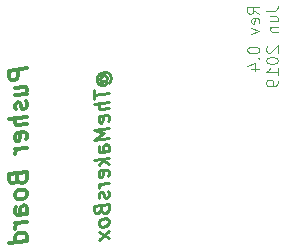
<source format=gbo>
G04 #@! TF.FileFunction,Legend,Bot*
%FSLAX46Y46*%
G04 Gerber Fmt 4.6, Leading zero omitted, Abs format (unit mm)*
G04 Created by KiCad (PCBNEW 4.0.6) date 06/26/19 15:48:09*
%MOMM*%
%LPD*%
G01*
G04 APERTURE LIST*
%ADD10C,0.100000*%
%ADD11C,0.250000*%
%ADD12C,0.375000*%
G04 APERTURE END LIST*
D10*
D11*
X204313238Y-57918482D02*
X204253714Y-57866399D01*
X204194190Y-57754791D01*
X204194190Y-57635744D01*
X204253714Y-57509256D01*
X204313238Y-57442291D01*
X204432286Y-57367886D01*
X204551333Y-57353005D01*
X204670381Y-57397648D01*
X204729905Y-57449732D01*
X204789429Y-57561339D01*
X204789429Y-57680386D01*
X204729905Y-57806875D01*
X204670381Y-57873839D01*
X204194190Y-57933363D02*
X204670381Y-57873839D01*
X204729905Y-57925922D01*
X204729905Y-57985446D01*
X204670381Y-58111934D01*
X204551333Y-58186339D01*
X204253714Y-58223542D01*
X204075143Y-58126815D01*
X203956095Y-57963125D01*
X203896571Y-57732470D01*
X203956095Y-57486934D01*
X204075143Y-57293482D01*
X204253714Y-57152113D01*
X204491810Y-57062827D01*
X204729905Y-57092589D01*
X204908476Y-57189316D01*
X205027524Y-57353005D01*
X205087048Y-57583660D01*
X205027524Y-57829196D01*
X204908476Y-58022649D01*
X203658476Y-58655090D02*
X203658476Y-59369375D01*
X204908476Y-58855982D02*
X203658476Y-59012232D01*
X204908476Y-59629792D02*
X203658476Y-59786042D01*
X204908476Y-60165506D02*
X204253714Y-60247351D01*
X204134667Y-60202709D01*
X204075143Y-60091101D01*
X204075143Y-59912529D01*
X204134667Y-59786042D01*
X204194190Y-59719077D01*
X204848952Y-61244375D02*
X204908476Y-61117887D01*
X204908476Y-60879792D01*
X204848952Y-60768184D01*
X204729905Y-60723541D01*
X204253714Y-60783065D01*
X204134667Y-60857470D01*
X204075143Y-60983958D01*
X204075143Y-61222053D01*
X204134667Y-61333661D01*
X204253714Y-61378303D01*
X204372762Y-61363422D01*
X204491810Y-60753303D01*
X204908476Y-61832173D02*
X203658476Y-61988423D01*
X204551333Y-62293482D01*
X203658476Y-62821756D01*
X204908476Y-62665506D01*
X204908476Y-63796458D02*
X204253714Y-63878303D01*
X204134667Y-63833661D01*
X204075143Y-63722053D01*
X204075143Y-63483958D01*
X204134667Y-63357470D01*
X204848952Y-63803898D02*
X204908476Y-63677411D01*
X204908476Y-63379792D01*
X204848952Y-63268184D01*
X204729905Y-63223541D01*
X204610857Y-63238422D01*
X204491810Y-63312827D01*
X204432286Y-63439315D01*
X204432286Y-63736934D01*
X204372762Y-63863422D01*
X204908476Y-64391696D02*
X203658476Y-64547946D01*
X204432286Y-64570267D02*
X204908476Y-64867887D01*
X204075143Y-64972053D02*
X204551333Y-64436338D01*
X204848952Y-65887232D02*
X204908476Y-65760744D01*
X204908476Y-65522649D01*
X204848952Y-65411041D01*
X204729905Y-65366398D01*
X204253714Y-65425922D01*
X204134667Y-65500327D01*
X204075143Y-65626815D01*
X204075143Y-65864910D01*
X204134667Y-65976518D01*
X204253714Y-66021160D01*
X204372762Y-66006279D01*
X204491810Y-65396160D01*
X204908476Y-66475030D02*
X204075143Y-66579196D01*
X204313238Y-66549434D02*
X204194190Y-66623839D01*
X204134667Y-66690804D01*
X204075143Y-66817291D01*
X204075143Y-66936339D01*
X204848952Y-67196756D02*
X204908476Y-67308364D01*
X204908476Y-67546459D01*
X204848952Y-67672947D01*
X204729905Y-67747352D01*
X204670381Y-67754792D01*
X204551333Y-67710149D01*
X204491810Y-67598542D01*
X204491810Y-67419971D01*
X204432286Y-67308363D01*
X204313238Y-67263720D01*
X204253714Y-67271161D01*
X204134667Y-67345566D01*
X204075143Y-67472054D01*
X204075143Y-67650625D01*
X204134667Y-67762233D01*
X204253714Y-68759257D02*
X204313238Y-68930387D01*
X204372762Y-68982471D01*
X204491810Y-69027114D01*
X204670381Y-69004792D01*
X204789429Y-68930387D01*
X204848952Y-68863423D01*
X204908476Y-68736936D01*
X204908476Y-68260745D01*
X203658476Y-68416995D01*
X203658476Y-68833662D01*
X203718000Y-68945268D01*
X203777524Y-68997352D01*
X203896571Y-69041995D01*
X204015619Y-69027114D01*
X204134667Y-68952709D01*
X204194190Y-68885744D01*
X204253714Y-68759257D01*
X204253714Y-68342590D01*
X204908476Y-69689316D02*
X204848952Y-69577709D01*
X204789429Y-69525625D01*
X204670381Y-69480982D01*
X204313238Y-69525625D01*
X204194190Y-69600030D01*
X204134667Y-69666995D01*
X204075143Y-69793482D01*
X204075143Y-69972054D01*
X204134667Y-70083662D01*
X204194190Y-70135744D01*
X204313238Y-70180387D01*
X204670381Y-70135744D01*
X204789429Y-70061339D01*
X204848952Y-69994376D01*
X204908476Y-69867888D01*
X204908476Y-69689316D01*
X204908476Y-70522649D02*
X204075143Y-71281577D01*
X204075143Y-70626815D02*
X204908476Y-71177411D01*
D10*
X217650381Y-52174524D02*
X217174190Y-51841190D01*
X217650381Y-51603095D02*
X216650381Y-51603095D01*
X216650381Y-51984048D01*
X216698000Y-52079286D01*
X216745619Y-52126905D01*
X216840857Y-52174524D01*
X216983714Y-52174524D01*
X217078952Y-52126905D01*
X217126571Y-52079286D01*
X217174190Y-51984048D01*
X217174190Y-51603095D01*
X217602762Y-52984048D02*
X217650381Y-52888810D01*
X217650381Y-52698333D01*
X217602762Y-52603095D01*
X217507524Y-52555476D01*
X217126571Y-52555476D01*
X217031333Y-52603095D01*
X216983714Y-52698333D01*
X216983714Y-52888810D01*
X217031333Y-52984048D01*
X217126571Y-53031667D01*
X217221810Y-53031667D01*
X217317048Y-52555476D01*
X216983714Y-53365000D02*
X217650381Y-53603095D01*
X216983714Y-53841191D01*
X216650381Y-55174524D02*
X216650381Y-55269763D01*
X216698000Y-55365001D01*
X216745619Y-55412620D01*
X216840857Y-55460239D01*
X217031333Y-55507858D01*
X217269429Y-55507858D01*
X217459905Y-55460239D01*
X217555143Y-55412620D01*
X217602762Y-55365001D01*
X217650381Y-55269763D01*
X217650381Y-55174524D01*
X217602762Y-55079286D01*
X217555143Y-55031667D01*
X217459905Y-54984048D01*
X217269429Y-54936429D01*
X217031333Y-54936429D01*
X216840857Y-54984048D01*
X216745619Y-55031667D01*
X216698000Y-55079286D01*
X216650381Y-55174524D01*
X217555143Y-55936429D02*
X217602762Y-55984048D01*
X217650381Y-55936429D01*
X217602762Y-55888810D01*
X217555143Y-55936429D01*
X217650381Y-55936429D01*
X216983714Y-56841191D02*
X217650381Y-56841191D01*
X216602762Y-56603095D02*
X217317048Y-56365000D01*
X217317048Y-56984048D01*
X218250381Y-51888810D02*
X218964667Y-51888810D01*
X219107524Y-51841190D01*
X219202762Y-51745952D01*
X219250381Y-51603095D01*
X219250381Y-51507857D01*
X218583714Y-52793572D02*
X219250381Y-52793572D01*
X218583714Y-52365000D02*
X219107524Y-52365000D01*
X219202762Y-52412619D01*
X219250381Y-52507857D01*
X219250381Y-52650715D01*
X219202762Y-52745953D01*
X219155143Y-52793572D01*
X218583714Y-53269762D02*
X219250381Y-53269762D01*
X218678952Y-53269762D02*
X218631333Y-53317381D01*
X218583714Y-53412619D01*
X218583714Y-53555477D01*
X218631333Y-53650715D01*
X218726571Y-53698334D01*
X219250381Y-53698334D01*
X218345619Y-54888810D02*
X218298000Y-54936429D01*
X218250381Y-55031667D01*
X218250381Y-55269763D01*
X218298000Y-55365001D01*
X218345619Y-55412620D01*
X218440857Y-55460239D01*
X218536095Y-55460239D01*
X218678952Y-55412620D01*
X219250381Y-54841191D01*
X219250381Y-55460239D01*
X218250381Y-56079286D02*
X218250381Y-56174525D01*
X218298000Y-56269763D01*
X218345619Y-56317382D01*
X218440857Y-56365001D01*
X218631333Y-56412620D01*
X218869429Y-56412620D01*
X219059905Y-56365001D01*
X219155143Y-56317382D01*
X219202762Y-56269763D01*
X219250381Y-56174525D01*
X219250381Y-56079286D01*
X219202762Y-55984048D01*
X219155143Y-55936429D01*
X219059905Y-55888810D01*
X218869429Y-55841191D01*
X218631333Y-55841191D01*
X218440857Y-55888810D01*
X218345619Y-55936429D01*
X218298000Y-55984048D01*
X218250381Y-56079286D01*
X219250381Y-57365001D02*
X219250381Y-56793572D01*
X219250381Y-57079286D02*
X218250381Y-57079286D01*
X218393238Y-56984048D01*
X218488476Y-56888810D01*
X218536095Y-56793572D01*
X219250381Y-57841191D02*
X219250381Y-58031667D01*
X219202762Y-58126906D01*
X219155143Y-58174525D01*
X219012286Y-58269763D01*
X218821810Y-58317382D01*
X218440857Y-58317382D01*
X218345619Y-58269763D01*
X218298000Y-58222144D01*
X218250381Y-58126906D01*
X218250381Y-57936429D01*
X218298000Y-57841191D01*
X218345619Y-57793572D01*
X218440857Y-57745953D01*
X218678952Y-57745953D01*
X218774190Y-57793572D01*
X218821810Y-57841191D01*
X218869429Y-57936429D01*
X218869429Y-58126906D01*
X218821810Y-58222144D01*
X218774190Y-58269763D01*
X218678952Y-58317382D01*
D12*
X197976571Y-56794465D02*
X196476571Y-56981965D01*
X196476571Y-57553393D01*
X196548000Y-57687322D01*
X196619429Y-57749821D01*
X196762286Y-57803393D01*
X196976571Y-57776608D01*
X197119429Y-57687321D01*
X197190857Y-57606965D01*
X197262286Y-57455178D01*
X197262286Y-56883750D01*
X196976571Y-59062322D02*
X197976571Y-58937322D01*
X196976571Y-58419465D02*
X197762286Y-58321250D01*
X197905143Y-58374821D01*
X197976571Y-58508751D01*
X197976571Y-58723036D01*
X197905143Y-58874821D01*
X197833714Y-58955179D01*
X197905143Y-59589107D02*
X197976571Y-59723036D01*
X197976571Y-60008751D01*
X197905143Y-60160536D01*
X197762286Y-60249821D01*
X197690857Y-60258750D01*
X197548000Y-60205179D01*
X197476571Y-60071251D01*
X197476571Y-59856965D01*
X197405143Y-59723036D01*
X197262286Y-59669464D01*
X197190857Y-59678393D01*
X197048000Y-59767679D01*
X196976571Y-59919465D01*
X196976571Y-60133751D01*
X197048000Y-60267679D01*
X197976571Y-60865894D02*
X196476571Y-61053394D01*
X197976571Y-61508751D02*
X197190857Y-61606965D01*
X197048000Y-61553393D01*
X196976571Y-61419465D01*
X196976571Y-61205180D01*
X197048000Y-61053393D01*
X197119429Y-60973036D01*
X197905143Y-62803393D02*
X197976571Y-62651608D01*
X197976571Y-62365894D01*
X197905143Y-62231965D01*
X197762286Y-62178393D01*
X197190857Y-62249822D01*
X197048000Y-62339108D01*
X196976571Y-62490894D01*
X196976571Y-62776608D01*
X197048000Y-62910536D01*
X197190857Y-62964108D01*
X197333714Y-62946251D01*
X197476571Y-62214108D01*
X197976571Y-63508751D02*
X196976571Y-63633751D01*
X197262286Y-63598036D02*
X197119429Y-63687321D01*
X197048000Y-63767679D01*
X196976571Y-63919465D01*
X196976571Y-64062322D01*
X197190857Y-66178393D02*
X197262286Y-66383750D01*
X197333714Y-66446250D01*
X197476571Y-66499822D01*
X197690857Y-66473036D01*
X197833714Y-66383750D01*
X197905143Y-66303393D01*
X197976571Y-66151607D01*
X197976571Y-65580179D01*
X196476571Y-65767679D01*
X196476571Y-66267679D01*
X196548000Y-66401607D01*
X196619429Y-66464107D01*
X196762286Y-66517678D01*
X196905143Y-66499821D01*
X197048000Y-66410536D01*
X197119429Y-66330178D01*
X197190857Y-66178393D01*
X197190857Y-65678393D01*
X197976571Y-67294465D02*
X197905143Y-67160535D01*
X197833714Y-67098036D01*
X197690857Y-67044464D01*
X197262286Y-67098035D01*
X197119429Y-67187321D01*
X197048000Y-67267678D01*
X196976571Y-67419465D01*
X196976571Y-67633750D01*
X197048000Y-67767678D01*
X197119429Y-67830178D01*
X197262286Y-67883750D01*
X197690857Y-67830179D01*
X197833714Y-67740893D01*
X197905143Y-67660535D01*
X197976571Y-67508750D01*
X197976571Y-67294465D01*
X197976571Y-69080179D02*
X197190857Y-69178393D01*
X197048000Y-69124821D01*
X196976571Y-68990893D01*
X196976571Y-68705179D01*
X197048000Y-68553393D01*
X197905143Y-69089107D02*
X197976571Y-68937322D01*
X197976571Y-68580179D01*
X197905143Y-68446250D01*
X197762286Y-68392678D01*
X197619429Y-68410535D01*
X197476571Y-68499822D01*
X197405143Y-68651607D01*
X197405143Y-69008750D01*
X197333714Y-69160536D01*
X197976571Y-69794465D02*
X196976571Y-69919465D01*
X197262286Y-69883750D02*
X197119429Y-69973035D01*
X197048000Y-70053393D01*
X196976571Y-70205179D01*
X196976571Y-70348036D01*
X197976571Y-71365893D02*
X196476571Y-71553393D01*
X197905143Y-71374821D02*
X197976571Y-71223036D01*
X197976571Y-70937322D01*
X197905143Y-70803392D01*
X197833714Y-70740893D01*
X197690857Y-70687321D01*
X197262286Y-70740892D01*
X197119429Y-70830178D01*
X197048000Y-70910535D01*
X196976571Y-71062322D01*
X196976571Y-71348036D01*
X197048000Y-71481964D01*
M02*

</source>
